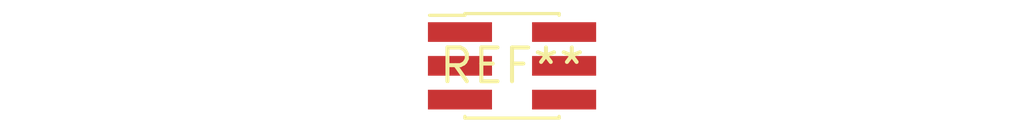
<source format=kicad_pcb>
(kicad_pcb (version 20240108) (generator pcbnew)
  (layers (0 "F.Cu" signal) (31 "B.Cu" signal) (34 "B.Paste" user) (35 "F.Paste" user) (36 "B.SilkS" user "B.Silkscreen") (37 "F.SilkS" user "F.Silkscreen") (38 "B.Mask" user) (39 "F.Mask" user) (44 "Edge.Cuts" user))
  (net 0 "")
  (footprint "PinHeader_2x03_P1.27mm_Vertical_SMD" (layer "F.Cu") (at 0 0)
    (property "Reference" "REF**")
    (property "Value" "PinHeader_2x03_P1.27mm_Vertical_SMD")
    (fp_line (start -3.09 -1.9) (end -1.765 -1.9) (layer "F.SilkS") (stroke (width 0.12)))
    (fp_line (start -1.765 -1.965) (end -1.765 -1.9) (layer "F.SilkS") (stroke (width 0.12)))
    (fp_line (start -1.765 -1.965) (end 1.765 -1.965) (layer "F.SilkS") (stroke (width 0.12)))
    (fp_line (start -1.765 1.9) (end -1.765 1.965) (layer "F.SilkS") (stroke (width 0.12)))
    (fp_line (start -1.765 1.965) (end 1.765 1.965) (layer "F.SilkS") (stroke (width 0.12)))
    (fp_line (start 1.765 -1.965) (end 1.765 -1.9) (layer "F.SilkS") (stroke (width 0.12)))
    (fp_line (start 1.765 1.9) (end 1.765 1.965) (layer "F.SilkS") (stroke (width 0.12)))
    (pad "1" smd rect (at -1.95 -1.27) (size 2.4 0.74) (layers "F.Cu" "F.Paste" "F.Mask"))
    (pad "2" smd rect (at 1.95 -1.27) (size 2.4 0.74) (layers "F.Cu" "F.Paste" "F.Mask"))
    (pad "3" smd rect (at -1.95 0) (size 2.4 0.74) (layers "F.Cu" "F.Paste" "F.Mask"))
    (pad "4" smd rect (at 1.95 0) (size 2.4 0.74) (layers "F.Cu" "F.Paste" "F.Mask"))
    (pad "5" smd rect (at -1.95 1.27) (size 2.4 0.74) (layers "F.Cu" "F.Paste" "F.Mask"))
    (pad "6" smd rect (at 1.95 1.27) (size 2.4 0.74) (layers "F.Cu" "F.Paste" "F.Mask"))
  )
)
</source>
